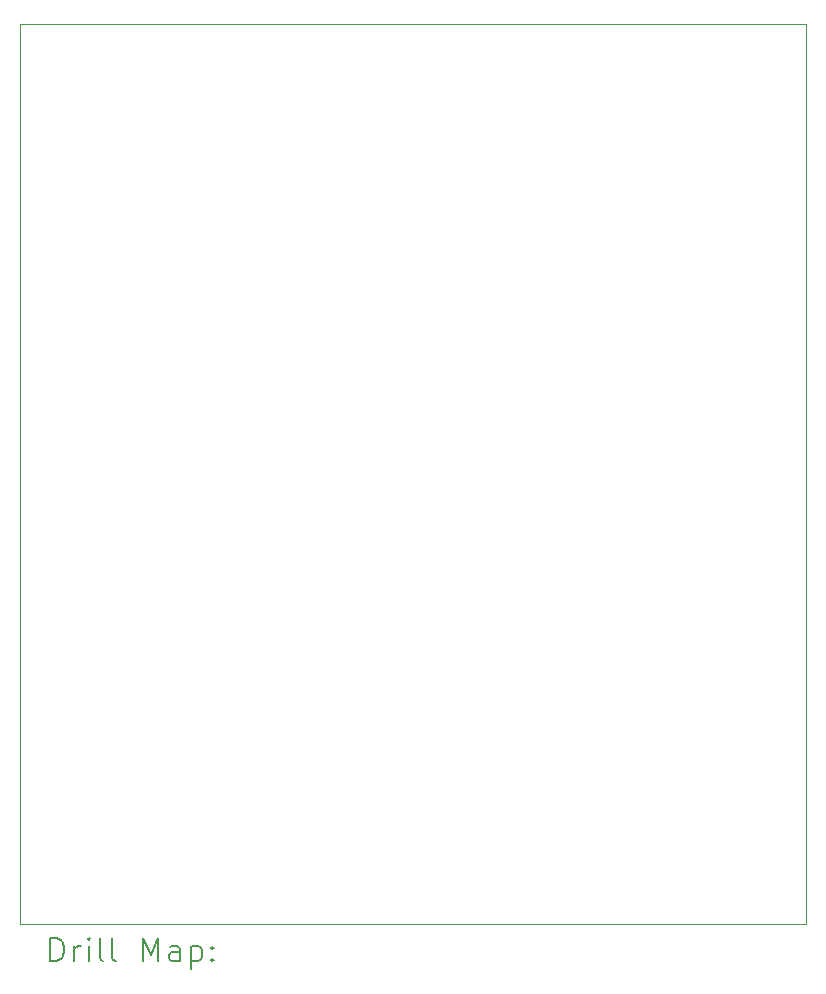
<source format=gbr>
%TF.GenerationSoftware,KiCad,Pcbnew,7.0.9*%
%TF.CreationDate,2024-02-29T12:23:17+05:30*%
%TF.ProjectId,RPS2,52505332-2e6b-4696-9361-645f70636258,rev?*%
%TF.SameCoordinates,Original*%
%TF.FileFunction,Drillmap*%
%TF.FilePolarity,Positive*%
%FSLAX45Y45*%
G04 Gerber Fmt 4.5, Leading zero omitted, Abs format (unit mm)*
G04 Created by KiCad (PCBNEW 7.0.9) date 2024-02-29 12:23:17*
%MOMM*%
%LPD*%
G01*
G04 APERTURE LIST*
%ADD10C,0.100000*%
%ADD11C,0.200000*%
G04 APERTURE END LIST*
D10*
X6245860Y-4061460D02*
X12900660Y-4061460D01*
X12900660Y-11681460D01*
X6245860Y-11681460D01*
X6245860Y-4061460D01*
D11*
X6501637Y-11997944D02*
X6501637Y-11797944D01*
X6501637Y-11797944D02*
X6549256Y-11797944D01*
X6549256Y-11797944D02*
X6577827Y-11807468D01*
X6577827Y-11807468D02*
X6596875Y-11826515D01*
X6596875Y-11826515D02*
X6606399Y-11845563D01*
X6606399Y-11845563D02*
X6615922Y-11883658D01*
X6615922Y-11883658D02*
X6615922Y-11912229D01*
X6615922Y-11912229D02*
X6606399Y-11950325D01*
X6606399Y-11950325D02*
X6596875Y-11969372D01*
X6596875Y-11969372D02*
X6577827Y-11988420D01*
X6577827Y-11988420D02*
X6549256Y-11997944D01*
X6549256Y-11997944D02*
X6501637Y-11997944D01*
X6701637Y-11997944D02*
X6701637Y-11864610D01*
X6701637Y-11902706D02*
X6711161Y-11883658D01*
X6711161Y-11883658D02*
X6720684Y-11874134D01*
X6720684Y-11874134D02*
X6739732Y-11864610D01*
X6739732Y-11864610D02*
X6758780Y-11864610D01*
X6825446Y-11997944D02*
X6825446Y-11864610D01*
X6825446Y-11797944D02*
X6815922Y-11807468D01*
X6815922Y-11807468D02*
X6825446Y-11816991D01*
X6825446Y-11816991D02*
X6834970Y-11807468D01*
X6834970Y-11807468D02*
X6825446Y-11797944D01*
X6825446Y-11797944D02*
X6825446Y-11816991D01*
X6949256Y-11997944D02*
X6930208Y-11988420D01*
X6930208Y-11988420D02*
X6920684Y-11969372D01*
X6920684Y-11969372D02*
X6920684Y-11797944D01*
X7054018Y-11997944D02*
X7034970Y-11988420D01*
X7034970Y-11988420D02*
X7025446Y-11969372D01*
X7025446Y-11969372D02*
X7025446Y-11797944D01*
X7282589Y-11997944D02*
X7282589Y-11797944D01*
X7282589Y-11797944D02*
X7349256Y-11940801D01*
X7349256Y-11940801D02*
X7415922Y-11797944D01*
X7415922Y-11797944D02*
X7415922Y-11997944D01*
X7596875Y-11997944D02*
X7596875Y-11893182D01*
X7596875Y-11893182D02*
X7587351Y-11874134D01*
X7587351Y-11874134D02*
X7568303Y-11864610D01*
X7568303Y-11864610D02*
X7530208Y-11864610D01*
X7530208Y-11864610D02*
X7511161Y-11874134D01*
X7596875Y-11988420D02*
X7577827Y-11997944D01*
X7577827Y-11997944D02*
X7530208Y-11997944D01*
X7530208Y-11997944D02*
X7511161Y-11988420D01*
X7511161Y-11988420D02*
X7501637Y-11969372D01*
X7501637Y-11969372D02*
X7501637Y-11950325D01*
X7501637Y-11950325D02*
X7511161Y-11931277D01*
X7511161Y-11931277D02*
X7530208Y-11921753D01*
X7530208Y-11921753D02*
X7577827Y-11921753D01*
X7577827Y-11921753D02*
X7596875Y-11912229D01*
X7692113Y-11864610D02*
X7692113Y-12064610D01*
X7692113Y-11874134D02*
X7711161Y-11864610D01*
X7711161Y-11864610D02*
X7749256Y-11864610D01*
X7749256Y-11864610D02*
X7768303Y-11874134D01*
X7768303Y-11874134D02*
X7777827Y-11883658D01*
X7777827Y-11883658D02*
X7787351Y-11902706D01*
X7787351Y-11902706D02*
X7787351Y-11959848D01*
X7787351Y-11959848D02*
X7777827Y-11978896D01*
X7777827Y-11978896D02*
X7768303Y-11988420D01*
X7768303Y-11988420D02*
X7749256Y-11997944D01*
X7749256Y-11997944D02*
X7711161Y-11997944D01*
X7711161Y-11997944D02*
X7692113Y-11988420D01*
X7873065Y-11978896D02*
X7882589Y-11988420D01*
X7882589Y-11988420D02*
X7873065Y-11997944D01*
X7873065Y-11997944D02*
X7863542Y-11988420D01*
X7863542Y-11988420D02*
X7873065Y-11978896D01*
X7873065Y-11978896D02*
X7873065Y-11997944D01*
X7873065Y-11874134D02*
X7882589Y-11883658D01*
X7882589Y-11883658D02*
X7873065Y-11893182D01*
X7873065Y-11893182D02*
X7863542Y-11883658D01*
X7863542Y-11883658D02*
X7873065Y-11874134D01*
X7873065Y-11874134D02*
X7873065Y-11893182D01*
M02*

</source>
